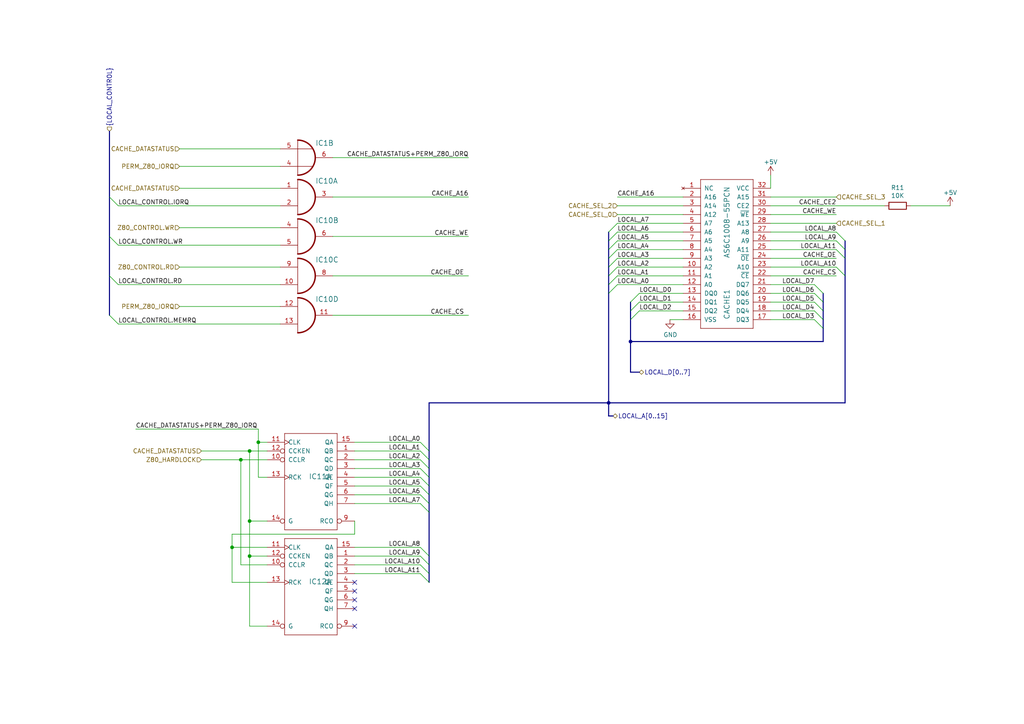
<source format=kicad_sch>
(kicad_sch (version 20230121) (generator eeschema)
  (paper "A4")
  (title_block (title "FujiNet Z80Bus reference design") (date "2023-05-13") (rev "0.1") (company "FujiNet"))
  (lib_symbols
    (symbol "Device:R" (pin_numbers hide) (pin_names (offset 0))
      (property "Reference" "R" (at 2.032 0 90))
      (property "Value" "R" (at 0 0 90))
      (symbol "R_0_1"
        (rectangle (start -1.016 -2.54) (end 1.016 2.54) (stroke (width 0.254)))
      )
      (symbol "R_1_1"
        (pin passive line (at 0 3.81 270) (length 1.27) (name "~") (number "1"))
        (pin passive line (at 0 -3.81 90) (length 1.27) (name "~") (number "2"))
      )
    )
    (symbol "FujiNet_Z80Bus_Reference-rescue:7408N-Z80Decoder-eagle-import" (pin_names (offset 1.016))
      (property "Reference" "IC" (at -0.635 -0.635 0))
      (symbol "7408N-Z80Decoder-eagle-import_1_0"
        (arc (start -2.54 -5.08) (mid 2.5179 0) (end -2.54 5.08) (stroke (width 0.4064)))
        (polyline (pts (xy -2.54 5.08) (xy -2.54 -5.08)))
        (pin input line (at -7.62 2.54 0) (length 5.08) (name "I0") (number "1"))
        (pin input line (at -7.62 -2.54 0) (length 5.08) (name "I1") (number "2"))
        (pin output line (at 7.62 0 180) (length 5.08) (name "O") (number "3"))
      )
      (symbol "7408N-Z80Decoder-eagle-import_2_0"
        (arc (start -2.54 -5.08) (mid 2.5179 0) (end -2.54 5.08) (stroke (width 0.4064)))
        (polyline (pts (xy -2.54 5.08) (xy -2.54 -5.08)))
        (pin input line (at -7.62 2.54 0) (length 5.08) (name "I0") (number "4"))
        (pin input line (at -7.62 -2.54 0) (length 5.08) (name "I1") (number "5"))
        (pin output line (at 7.62 0 180) (length 5.08) (name "O") (number "6"))
      )
      (symbol "7408N-Z80Decoder-eagle-import_3_0"
        (arc (start -2.54 -5.08) (mid 2.5179 0) (end -2.54 5.08) (stroke (width 0.4064)))
        (polyline (pts (xy -2.54 5.08) (xy -2.54 -5.08)))
        (pin input line (at -7.62 -2.54 0) (length 5.08) (name "I1") (number "10"))
        (pin output line (at 7.62 0 180) (length 5.08) (name "O") (number "8"))
        (pin input line (at -7.62 2.54 0) (length 5.08) (name "I0") (number "9"))
      )
      (symbol "7408N-Z80Decoder-eagle-import_4_0"
        (arc (start -2.54 -5.08) (mid 2.5179 0) (end -2.54 5.08) (stroke (width 0.4064)))
        (polyline (pts (xy -2.54 5.08) (xy -2.54 -5.08)))
        (pin output line (at 7.62 0 180) (length 5.08) (name "O") (number "11"))
        (pin input line (at -7.62 2.54 0) (length 5.08) (name "I0") (number "12"))
        (pin input line (at -7.62 -2.54 0) (length 5.08) (name "I1") (number "13"))
      )
      (symbol "7408N-Z80Decoder-eagle-import_5_0"
        (text "GND" (at 1.905 -5.842 900) (effects (font (size 1.0668 1.0668)) (justify left bottom)))
        (text "VCC" (at 1.905 2.54 900) (effects (font (size 1.0668 1.0668)) (justify left bottom)))
        (pin power_in line (at 0 7.62 270) (length 5.08) (name "VCC") (number "14"))
        (pin power_in line (at 0 -7.62 90) (length 5.08) (name "GND") (number "7"))
      )
    )
    (symbol "FujiNet_Z80Bus_Reference-rescue:7432N-Z80ESP-eagle-import" (pin_names (offset 1.016))
      (property "Reference" "IC" (at -0.635 -0.635 0))
      (symbol "7432N-Z80ESP-eagle-import_1_0"
        (arc (start -2.54 -5.08) (mid 2.5179 0) (end -2.54 5.08) (stroke (width 0.4064)))
        (polyline (pts (xy -2.54 5.08) (xy -2.54 -5.08)))
        (polyline (pts (xy 1.778 -2.54) (xy -2.54 -2.54)))
        (polyline (pts (xy 1.778 2.54) (xy -2.54 2.54)))
        (pin input line (at -7.62 2.54 0) (length 5.08) (name "I0") (number "1"))
        (pin input line (at -7.62 -2.54 0) (length 5.08) (name "I1") (number "2"))
        (pin output line (at 7.62 0 180) (length 5.08) (name "O") (number "3"))
      )
      (symbol "7432N-Z80ESP-eagle-import_2_0"
        (arc (start -2.54 -5.08) (mid 2.5179 0) (end -2.54 5.08) (stroke (width 0.4064)))
        (polyline (pts (xy -2.54 5.08) (xy -2.54 -5.08)))
        (polyline (pts (xy 1.778 -2.54) (xy -2.54 -2.54)))
        (polyline (pts (xy 1.778 2.54) (xy -2.54 2.54)))
        (pin input line (at -7.62 2.54 0) (length 5.08) (name "I0") (number "4"))
        (pin input line (at -7.62 -2.54 0) (length 5.08) (name "I1") (number "5"))
        (pin output line (at 7.62 0 180) (length 5.08) (name "O") (number "6"))
      )
      (symbol "7432N-Z80ESP-eagle-import_3_0"
        (arc (start -2.54 -5.08) (mid 2.5179 0) (end -2.54 5.08) (stroke (width 0.4064)))
        (polyline (pts (xy -2.54 5.08) (xy -2.54 -5.08)))
        (polyline (pts (xy 1.778 -2.54) (xy -2.54 -2.54)))
        (polyline (pts (xy 1.778 2.54) (xy -2.54 2.54)))
        (pin input line (at -7.62 -2.54 0) (length 5.08) (name "I1") (number "10"))
        (pin output line (at 7.62 0 180) (length 5.08) (name "O") (number "8"))
        (pin input line (at -7.62 2.54 0) (length 5.08) (name "I0") (number "9"))
      )
      (symbol "7432N-Z80ESP-eagle-import_4_0"
        (arc (start -2.54 -5.08) (mid 2.5179 0) (end -2.54 5.08) (stroke (width 0.4064)))
        (polyline (pts (xy -2.54 5.08) (xy -2.54 -5.08)))
        (polyline (pts (xy 1.778 -2.54) (xy -2.54 -2.54)))
        (polyline (pts (xy 1.778 2.54) (xy -2.54 2.54)))
        (pin output line (at 7.62 0 180) (length 5.08) (name "O") (number "11"))
        (pin input line (at -7.62 2.54 0) (length 5.08) (name "I0") (number "12"))
        (pin input line (at -7.62 -2.54 0) (length 5.08) (name "I1") (number "13"))
      )
      (symbol "7432N-Z80ESP-eagle-import_5_0"
        (text "GND" (at 1.905 -5.842 900) (effects (font (size 1.0668 1.0668)) (justify left bottom)))
        (text "VCC" (at 1.905 2.54 900) (effects (font (size 1.0668 1.0668)) (justify left bottom)))
        (pin power_in line (at 0 7.62 270) (length 5.08) (name "VCC") (number "14"))
        (pin power_in line (at 0 -7.62 90) (length 5.08) (name "GND") (number "7"))
      )
    )
    (symbol "FujiNet_Z80Bus_Reference-rescue:74590N-Z80ESP-eagle-import" (pin_names (offset 1.016))
      (property "Reference" "IC" (at -0.635 -0.635 0))
      (symbol "74590N-Z80ESP-eagle-import_1_0"
        (polyline (pts (xy -7.62 -15.24) (xy 7.62 -15.24)))
        (polyline (pts (xy -7.62 12.7) (xy -7.62 -15.24)))
        (polyline (pts (xy 7.62 -15.24) (xy 7.62 12.7)))
        (polyline (pts (xy 7.62 12.7) (xy -7.62 12.7)))
        (pin tri_state line (at 12.7 7.62 180) (length 5.08) (name "QB") (number "1"))
        (pin input inverted (at -12.7 5.08 0) (length 5.08) (name "CCLR") (number "10"))
        (pin input clock (at -12.7 10.16 0) (length 5.08) (name "CLK") (number "11"))
        (pin input inverted (at -12.7 7.62 0) (length 5.08) (name "CCKEN") (number "12"))
        (pin input clock (at -12.7 0 0) (length 5.08) (name "RCK") (number "13"))
        (pin input inverted (at -12.7 -12.7 0) (length 5.08) (name "G") (number "14"))
        (pin tri_state line (at 12.7 10.16 180) (length 5.08) (name "QA") (number "15"))
        (pin tri_state line (at 12.7 5.08 180) (length 5.08) (name "QC") (number "2"))
        (pin tri_state line (at 12.7 2.54 180) (length 5.08) (name "QD") (number "3"))
        (pin tri_state line (at 12.7 0 180) (length 5.08) (name "QE") (number "4"))
        (pin tri_state line (at 12.7 -2.54 180) (length 5.08) (name "QF") (number "5"))
        (pin tri_state line (at 12.7 -5.08 180) (length 5.08) (name "QG") (number "6"))
        (pin tri_state line (at 12.7 -7.62 180) (length 5.08) (name "QH") (number "7"))
        (pin output inverted (at 12.7 -12.7 180) (length 5.08) (name "RCO") (number "9"))
      )
      (symbol "74590N-Z80ESP-eagle-import_2_0"
        (text "GND" (at 1.905 -5.842 900) (effects (font (size 1.0668 1.0668)) (justify left bottom)))
        (text "VCC" (at 1.905 2.54 900) (effects (font (size 1.0668 1.0668)) (justify left bottom)))
        (pin power_in line (at 0 7.62 270) (length 5.08) (name "VCC") (number "16"))
        (pin power_in line (at 0 -7.62 90) (length 5.08) (name "GND") (number "8"))
      )
    )
    (symbol "FujiNet_Z80Bus_Reference-rescue:AS6C1008-55PCN-Z80Decoder-eagle-import" (pin_names (offset 1.016))
      (property "Reference" "IC" (at 21.59 7.62 0))
      (property "Value" "Z80Decoder-eagle-import_AS6C1008-55PCN" (at 21.59 5.08 0))
      (symbol "AS6C1008-55PCN-Z80Decoder-eagle-import_1_0"
        (polyline (pts (xy 5.08 2.54) (xy 5.08 -40.64)))
        (polyline (pts (xy 5.08 2.54) (xy 20.32 2.54)))
        (polyline (pts (xy 20.32 -40.64) (xy 5.08 -40.64)))
        (polyline (pts (xy 20.32 -40.64) (xy 20.32 2.54)))
        (pin no_connect line (at 0 0 0) (length 5.08) (name "NC") (number "1"))
        (pin bidirectional line (at 0 -22.86 0) (length 5.08) (name "A2") (number "10"))
        (pin bidirectional line (at 0 -25.4 0) (length 5.08) (name "A1") (number "11"))
        (pin bidirectional line (at 0 -27.94 0) (length 5.08) (name "A0") (number "12"))
        (pin bidirectional line (at 0 -30.48 0) (length 5.08) (name "DQ0") (number "13"))
        (pin bidirectional line (at 0 -33.02 0) (length 5.08) (name "DQ1") (number "14"))
        (pin bidirectional line (at 0 -35.56 0) (length 5.08) (name "DQ2") (number "15"))
        (pin bidirectional line (at 0 -38.1 0) (length 5.08) (name "VSS") (number "16"))
        (pin bidirectional line (at 25.4 -38.1 180) (length 5.08) (name "DQ3") (number "17"))
        (pin bidirectional line (at 25.4 -35.56 180) (length 5.08) (name "DQ4") (number "18"))
        (pin bidirectional line (at 25.4 -33.02 180) (length 5.08) (name "DQ5") (number "19"))
        (pin bidirectional line (at 0 -2.54 0) (length 5.08) (name "A16") (number "2"))
        (pin bidirectional line (at 25.4 -30.48 180) (length 5.08) (name "DQ6") (number "20"))
        (pin bidirectional line (at 25.4 -27.94 180) (length 5.08) (name "DQ7") (number "21"))
        (pin bidirectional line (at 25.4 -25.4 180) (length 5.08) (name "~{CE}") (number "22"))
        (pin bidirectional line (at 25.4 -22.86 180) (length 5.08) (name "A10") (number "23"))
        (pin bidirectional line (at 25.4 -20.32 180) (length 5.08) (name "~{OE}") (number "24"))
        (pin bidirectional line (at 25.4 -17.78 180) (length 5.08) (name "A11") (number "25"))
        (pin bidirectional line (at 25.4 -15.24 180) (length 5.08) (name "A9") (number "26"))
        (pin bidirectional line (at 25.4 -12.7 180) (length 5.08) (name "A8") (number "27"))
        (pin bidirectional line (at 25.4 -10.16 180) (length 5.08) (name "A13") (number "28"))
        (pin bidirectional line (at 25.4 -7.62 180) (length 5.08) (name "~{WE}") (number "29"))
        (pin bidirectional line (at 0 -5.08 0) (length 5.08) (name "A14") (number "3"))
        (pin bidirectional line (at 25.4 -5.08 180) (length 5.08) (name "CE2") (number "30"))
        (pin bidirectional line (at 25.4 -2.54 180) (length 5.08) (name "A15") (number "31"))
        (pin bidirectional line (at 25.4 0 180) (length 5.08) (name "VCC") (number "32"))
        (pin bidirectional line (at 0 -7.62 0) (length 5.08) (name "A12") (number "4"))
        (pin bidirectional line (at 0 -10.16 0) (length 5.08) (name "A7") (number "5"))
        (pin bidirectional line (at 0 -12.7 0) (length 5.08) (name "A6") (number "6"))
        (pin bidirectional line (at 0 -15.24 0) (length 5.08) (name "A5") (number "7"))
        (pin bidirectional line (at 0 -17.78 0) (length 5.08) (name "A4") (number "8"))
        (pin bidirectional line (at 0 -20.32 0) (length 5.08) (name "A3") (number "9"))
      )
    )
    (symbol "power:+5V" (power) (pin_names (offset 0))
      (property "Value" "+5V" (at 0 3.556 0))
      (symbol "+5V_0_1"
        (polyline (pts (xy -0.762 1.27) (xy 0 2.54)))
        (polyline (pts (xy 0 0) (xy 0 2.54)))
        (polyline (pts (xy 0 2.54) (xy 0.762 1.27)))
      )
      (symbol "+5V_1_1"
        (pin power_in line (at 0 0 90) (length 0) hide (name "+5V") (number "1"))
      )
    )
    (symbol "power:GND" (power) (pin_names (offset 0))
      (property "Value" "GND" (at 0 -3.81 0))
      (symbol "GND_0_1"
        (polyline (pts (xy 0 0) (xy 0 -1.27) (xy 1.27 -1.27) (xy 0 -2.54) (xy -1.27 -1.27) (xy 0 -1.27)))
      )
      (symbol "GND_1_1"
        (pin power_in line (at 0 0 270) (length 0) hide (name "GND") (number "1"))
      )
    )
  )
  (junction (at 182.88 99.06))
  (junction (at 72.39 161.29))
  (junction (at 67.31 158.75))
  (junction (at 72.39 151.13))
  (junction (at 74.93 128.27))
  (junction (at 176.53 116.84))
  (junction (at 72.39 130.81))
  (junction (at 69.85 133.35))
  (no_connect (at 102.87 173.99))
  (no_connect (at 102.87 181.61))
  (no_connect (at 102.87 171.45))
  (no_connect (at 102.87 168.91))
  (no_connect (at 102.87 176.53))
  (bus_entry (at 31.75 68.58) (size 2.54 2.54))
  (bus_entry (at 236.22 87.63) (size 2.54 2.54))
  (bus_entry (at 176.53 77.47) (size 2.54 -2.54))
  (bus_entry (at 31.75 91.44) (size 2.54 2.54))
  (bus_entry (at 236.22 90.17) (size 2.54 2.54))
  (bus_entry (at 121.92 140.97) (size 2.54 2.54))
  (bus_entry (at 31.75 80.01) (size 2.54 2.54))
  (bus_entry (at 236.22 82.55) (size 2.54 2.54))
  (bus_entry (at 31.75 57.15) (size 2.54 2.54))
  (bus_entry (at 121.92 143.51) (size 2.54 2.54))
  (bus_entry (at 176.53 85.09) (size 2.54 -2.54))
  (bus_entry (at 121.92 128.27) (size 2.54 2.54))
  (bus_entry (at 121.92 135.89) (size 2.54 2.54))
  (bus_entry (at 121.92 161.29) (size 2.54 2.54))
  (bus_entry (at 176.53 82.55) (size 2.54 -2.54))
  (bus_entry (at 176.53 69.85) (size 2.54 -2.54))
  (bus_entry (at 245.11 74.93) (size -2.54 -2.54))
  (bus_entry (at 121.92 158.75) (size 2.54 2.54))
  (bus_entry (at 245.11 72.39) (size -2.54 -2.54))
  (bus_entry (at 121.92 166.37) (size 2.54 2.54))
  (bus_entry (at 182.88 92.71) (size 2.54 -2.54))
  (bus_entry (at 121.92 146.05) (size 2.54 2.54))
  (bus_entry (at 236.22 92.71) (size 2.54 2.54))
  (bus_entry (at 245.11 80.01) (size -2.54 -2.54))
  (bus_entry (at 121.92 130.81) (size 2.54 2.54))
  (bus_entry (at 182.88 87.63) (size 2.54 -2.54))
  (bus_entry (at 121.92 138.43) (size 2.54 2.54))
  (bus_entry (at 176.53 80.01) (size 2.54 -2.54))
  (bus_entry (at 236.22 85.09) (size 2.54 2.54))
  (bus_entry (at 182.88 90.17) (size 2.54 -2.54))
  (bus_entry (at 121.92 133.35) (size 2.54 2.54))
  (bus_entry (at 176.53 74.93) (size 2.54 -2.54))
  (bus_entry (at 245.11 69.85) (size -2.54 -2.54))
  (bus_entry (at 176.53 67.31) (size 2.54 -2.54))
  (bus_entry (at 121.92 163.83) (size 2.54 2.54))
  (bus_entry (at 176.53 72.39) (size 2.54 -2.54))
  (wire (pts (xy 198.12 62.23) (xy 179.07 62.23)))
  (bus (pts (xy 124.46 143.51) (xy 124.46 146.05)))
  (wire (pts (xy 81.28 93.98) (xy 34.29 93.98)))
  (wire (pts (xy 185.42 90.17) (xy 198.12 90.17)))
  (wire (pts (xy 102.87 135.89) (xy 121.92 135.89)))
  (wire (pts (xy 102.87 140.97) (xy 121.92 140.97)))
  (wire (pts (xy 223.52 85.09) (xy 236.22 85.09)))
  (bus (pts (xy 124.46 163.83) (xy 124.46 166.37)))
  (wire (pts (xy 223.52 80.01) (xy 242.57 80.01)))
  (wire (pts (xy 67.31 154.94) (xy 102.87 154.94)))
  (bus (pts (xy 245.11 69.85) (xy 245.11 72.39)))
  (wire (pts (xy 223.52 64.77) (xy 242.57 64.77)))
  (bus (pts (xy 176.53 77.47) (xy 176.53 80.01)))
  (wire (pts (xy 198.12 69.85) (xy 179.07 69.85)))
  (bus (pts (xy 176.53 85.09) (xy 176.53 116.84)))
  (wire (pts (xy 67.31 158.75) (xy 77.47 158.75)))
  (wire (pts (xy 67.31 168.91) (xy 67.31 158.75)))
  (wire (pts (xy 69.85 163.83) (xy 77.47 163.83)))
  (wire (pts (xy 58.42 130.81) (xy 72.39 130.81)))
  (wire (pts (xy 72.39 161.29) (xy 72.39 181.61)))
  (wire (pts (xy 102.87 146.05) (xy 121.92 146.05)))
  (bus (pts (xy 238.76 92.71) (xy 238.76 95.25)))
  (wire (pts (xy 77.47 138.43) (xy 74.93 138.43)))
  (bus (pts (xy 176.53 120.65) (xy 176.53 116.84)))
  (wire (pts (xy 223.52 50.8) (xy 223.52 54.61)))
  (wire (pts (xy 72.39 151.13) (xy 72.39 130.81)))
  (bus (pts (xy 176.53 82.55) (xy 176.53 85.09)))
  (wire (pts (xy 96.52 80.01) (xy 135.89 80.01)))
  (bus (pts (xy 238.76 95.25) (xy 238.76 99.06)))
  (wire (pts (xy 102.87 128.27) (xy 121.92 128.27)))
  (wire (pts (xy 81.28 54.61) (xy 52.07 54.61)))
  (wire (pts (xy 179.07 59.69) (xy 198.12 59.69)))
  (wire (pts (xy 223.52 62.23) (xy 242.57 62.23)))
  (bus (pts (xy 182.88 92.71) (xy 182.88 99.06)))
  (wire (pts (xy 102.87 133.35) (xy 121.92 133.35)))
  (wire (pts (xy 223.52 92.71) (xy 236.22 92.71)))
  (bus (pts (xy 176.53 80.01) (xy 176.53 82.55)))
  (bus (pts (xy 177.8 120.65) (xy 176.53 120.65)))
  (bus (pts (xy 124.46 133.35) (xy 124.46 135.89)))
  (wire (pts (xy 102.87 158.75) (xy 121.92 158.75)))
  (bus (pts (xy 245.11 74.93) (xy 245.11 80.01)))
  (wire (pts (xy 223.52 59.69) (xy 256.54 59.69)))
  (wire (pts (xy 81.28 66.04) (xy 52.07 66.04)))
  (wire (pts (xy 67.31 158.75) (xy 67.31 154.94)))
  (wire (pts (xy 58.42 133.35) (xy 69.85 133.35)))
  (bus (pts (xy 31.75 57.15) (xy 31.75 68.58)))
  (wire (pts (xy 74.93 128.27) (xy 74.93 124.46)))
  (bus (pts (xy 176.53 74.93) (xy 176.53 77.47)))
  (wire (pts (xy 77.47 128.27) (xy 74.93 128.27)))
  (wire (pts (xy 81.28 82.55) (xy 34.29 82.55)))
  (bus (pts (xy 182.88 99.06) (xy 238.76 99.06)))
  (bus (pts (xy 176.53 72.39) (xy 176.53 74.93)))
  (wire (pts (xy 81.28 59.69) (xy 34.29 59.69)))
  (wire (pts (xy 198.12 72.39) (xy 179.07 72.39)))
  (bus (pts (xy 245.11 80.01) (xy 245.11 116.84)))
  (wire (pts (xy 223.52 90.17) (xy 236.22 90.17)))
  (wire (pts (xy 81.28 88.9) (xy 52.07 88.9)))
  (bus (pts (xy 182.88 90.17) (xy 182.88 92.71)))
  (bus (pts (xy 31.75 38.1) (xy 31.75 57.15)))
  (wire (pts (xy 102.87 143.51) (xy 121.92 143.51)))
  (wire (pts (xy 198.12 67.31) (xy 179.07 67.31)))
  (bus (pts (xy 176.53 69.85) (xy 176.53 72.39)))
  (wire (pts (xy 223.52 77.47) (xy 242.57 77.47)))
  (wire (pts (xy 135.89 45.72) (xy 96.52 45.72)))
  (wire (pts (xy 72.39 161.29) (xy 72.39 151.13)))
  (bus (pts (xy 31.75 68.58) (xy 31.75 80.01)))
  (wire (pts (xy 185.42 85.09) (xy 198.12 85.09)))
  (wire (pts (xy 223.52 72.39) (xy 242.57 72.39)))
  (bus (pts (xy 238.76 85.09) (xy 238.76 87.63)))
  (wire (pts (xy 102.87 154.94) (xy 102.87 151.13)))
  (bus (pts (xy 124.46 130.81) (xy 124.46 133.35)))
  (wire (pts (xy 96.52 91.44) (xy 135.89 91.44)))
  (wire (pts (xy 102.87 138.43) (xy 121.92 138.43)))
  (wire (pts (xy 72.39 181.61) (xy 77.47 181.61)))
  (bus (pts (xy 245.11 72.39) (xy 245.11 74.93)))
  (bus (pts (xy 182.88 99.06) (xy 182.88 107.95)))
  (bus (pts (xy 182.88 107.95) (xy 185.42 107.95)))
  (wire (pts (xy 242.57 57.15) (xy 223.52 57.15)))
  (bus (pts (xy 124.46 161.29) (xy 124.46 163.83)))
  (bus (pts (xy 182.88 87.63) (xy 182.88 90.17)))
  (wire (pts (xy 121.92 163.83) (xy 102.87 163.83)))
  (bus (pts (xy 124.46 146.05) (xy 124.46 148.59)))
  (wire (pts (xy 194.31 92.71) (xy 198.12 92.71)))
  (bus (pts (xy 124.46 135.89) (xy 124.46 138.43)))
  (bus (pts (xy 124.46 116.84) (xy 176.53 116.84)))
  (wire (pts (xy 72.39 130.81) (xy 77.47 130.81)))
  (wire (pts (xy 39.37 124.46) (xy 74.93 124.46)))
  (wire (pts (xy 52.07 43.18) (xy 81.28 43.18)))
  (wire (pts (xy 275.59 59.69) (xy 264.16 59.69)))
  (wire (pts (xy 72.39 151.13) (xy 77.47 151.13)))
  (wire (pts (xy 198.12 80.01) (xy 179.07 80.01)))
  (wire (pts (xy 179.07 57.15) (xy 198.12 57.15)))
  (wire (pts (xy 121.92 161.29) (xy 102.87 161.29)))
  (wire (pts (xy 77.47 161.29) (xy 72.39 161.29)))
  (wire (pts (xy 198.12 74.93) (xy 179.07 74.93)))
  (wire (pts (xy 102.87 130.81) (xy 121.92 130.81)))
  (wire (pts (xy 81.28 71.12) (xy 34.29 71.12)))
  (bus (pts (xy 238.76 90.17) (xy 238.76 92.71)))
  (bus (pts (xy 124.46 166.37) (xy 124.46 168.91)))
  (bus (pts (xy 124.46 140.97) (xy 124.46 143.51)))
  (bus (pts (xy 176.53 116.84) (xy 245.11 116.84)))
  (bus (pts (xy 238.76 87.63) (xy 238.76 90.17)))
  (wire (pts (xy 77.47 133.35) (xy 69.85 133.35)))
  (wire (pts (xy 223.52 69.85) (xy 242.57 69.85)))
  (wire (pts (xy 223.52 67.31) (xy 242.57 67.31)))
  (wire (pts (xy 223.52 74.93) (xy 242.57 74.93)))
  (wire (pts (xy 96.52 57.15) (xy 135.89 57.15)))
  (wire (pts (xy 198.12 77.47) (xy 179.07 77.47)))
  (wire (pts (xy 185.42 87.63) (xy 198.12 87.63)))
  (wire (pts (xy 96.52 68.58) (xy 135.89 68.58)))
  (bus (pts (xy 124.46 116.84) (xy 124.46 130.81)))
  (bus (pts (xy 176.53 67.31) (xy 176.53 69.85)))
  (wire (pts (xy 69.85 163.83) (xy 69.85 133.35)))
  (wire (pts (xy 52.07 48.26) (xy 81.28 48.26)))
  (bus (pts (xy 31.75 80.01) (xy 31.75 91.44)))
  (bus (pts (xy 124.46 138.43) (xy 124.46 140.97)))
  (wire (pts (xy 81.28 77.47) (xy 52.07 77.47)))
  (wire (pts (xy 223.52 87.63) (xy 236.22 87.63)))
  (wire (pts (xy 77.47 168.91) (xy 67.31 168.91)))
  (wire (pts (xy 198.12 82.55) (xy 179.07 82.55)))
  (wire (pts (xy 198.12 64.77) (xy 179.07 64.77)))
  (bus (pts (xy 124.46 148.59) (xy 124.46 161.29)))
  (wire (pts (xy 74.93 138.43) (xy 74.93 128.27)))
  (wire (pts (xy 223.52 82.55) (xy 236.22 82.55)))
  (wire (pts (xy 121.92 166.37) (xy 102.87 166.37)))
  (label "LOCAL_A1" (at 121.92 130.81 180))
  (label "CACHE_A16" (at 179.07 57.15 0))
  (label "CACHE_A16" (at 135.89 57.15 180))
  (label "LOCAL_D7" (at 236.22 82.55 180))
  (label "LOCAL_D4" (at 236.22 90.17 180))
  (label "LOCAL_A2" (at 179.07 77.47 0))
  (label "CACHE_CE2" (at 242.57 59.69 180))
  (label "LOCAL_A0" (at 121.92 128.27 180))
  (label "LOCAL_A10" (at 121.92 163.83 180))
  (label "LOCAL_A6" (at 179.07 67.31 0))
  (label "CACHE_CS" (at 134.62 91.44 180))
  (label "LOCAL_D0" (at 185.42 85.09 0))
  (label "LOCAL_D5" (at 236.22 87.63 180))
  (label "LOCAL_D1" (at 185.42 87.63 0))
  (label "LOCAL_A3" (at 121.92 135.89 180))
  (label "LOCAL_A6" (at 121.92 143.51 180))
  (label "LOCAL_D2" (at 185.42 90.17 0))
  (label "LOCAL_CONTROL.WR" (at 34.29 71.12 0))
  (label "LOCAL_A5" (at 121.92 140.97 180))
  (label "LOCAL_A0" (at 179.07 82.55 0))
  (label "LOCAL_A4" (at 179.07 72.39 0))
  (label "CACHE_OE" (at 242.57 74.93 180))
  (label "LOCAL_CONTROL.IORQ" (at 34.29 59.69 0))
  (label "LOCAL_A9" (at 121.92 161.29 180))
  (label "LOCAL_A3" (at 179.07 74.93 0))
  (label "LOCAL_A11" (at 242.57 72.39 180))
  (label "CACHE_OE" (at 134.62 80.01 180))
  (label "LOCAL_A8" (at 242.57 67.31 180))
  (label "LOCAL_A1" (at 179.07 80.01 0))
  (label "CACHE_WE" (at 242.57 62.23 180))
  (label "LOCAL_D6" (at 236.22 85.09 180))
  (label "LOCAL_A8" (at 121.92 158.75 180))
  (label "LOCAL_D3" (at 236.22 92.71 180))
  (label "LOCAL_A7" (at 121.92 146.05 180))
  (label "LOCAL_A4" (at 121.92 138.43 180))
  (label "CACHE_CS" (at 242.57 80.01 180))
  (label "LOCAL_CONTROL.MEMRQ" (at 34.29 93.98 0))
  (label "CACHE_DATASTATUS+PERM_Z80_IORQ" (at 39.37 124.46 0))
  (label "LOCAL_A5" (at 179.07 69.85 0))
  (label "LOCAL_A7" (at 179.07 64.77 0))
  (label "LOCAL_A9" (at 242.57 69.85 180))
  (label "LOCAL_A10" (at 242.57 77.47 180))
  (label "CACHE_DATASTATUS+PERM_Z80_IORQ" (at 135.89 45.72 180))
  (label "LOCAL_A2" (at 121.92 133.35 180))
  (label "LOCAL_A11" (at 121.92 166.37 180))
  (label "LOCAL_CONTROL.RD" (at 34.29 82.55 0))
  (label "CACHE_WE" (at 135.89 68.58 180))
  (hierarchical_label "CACHE_DATASTATUS" (shape input) (at 52.07 43.18 180))
  (hierarchical_label "Z80_CONTROL.WR" (shape input) (at 52.07 66.04 180))
  (hierarchical_label "CACHE_SEL_1" (shape input) (at 242.57 64.77 0))
  (hierarchical_label "Z80_HARDLOCK" (shape input) (at 58.42 133.35 180))
  (hierarchical_label "CACHE_DATASTATUS" (shape input) (at 52.07 54.61 180))
  (hierarchical_label "PERM_Z80_IORQ" (shape input) (at 52.07 88.9 180))
  (hierarchical_label "LOCAL_D[0..7]" (shape bidirectional) (at 185.42 107.95 0))
  (hierarchical_label "Z80_CONTROL.RD" (shape input) (at 52.07 77.47 180))
  (hierarchical_label "CACHE_DATASTATUS" (shape input) (at 58.42 130.81 180))
  (hierarchical_label "CACHE_SEL_3" (shape input) (at 242.57 57.15 0))
  (hierarchical_label "PERM_Z80_IORQ" (shape input) (at 52.07 48.26 180))
  (hierarchical_label "CACHE_SEL_2" (shape input) (at 179.07 59.69 180))
  (hierarchical_label "CACHE_SEL_0" (shape input) (at 179.07 62.23 180))
  (hierarchical_label "{LOCAL_CONTROL}" (shape input) (at 31.75 38.1 90))
  (hierarchical_label "LOCAL_A[0..15]" (shape bidirectional) (at 177.8 120.65 0))
  (symbol (lib_id "FujiNet_Z80Bus_Reference-rescue:74590N-Z80ESP-eagle-import") (at 90.17 168.91 0) (unit 1)
    (property "Reference" "IC12" (at 89.535 169.545 0) (effects (font (size 1.4986 1.4986)) (justify left bottom)))
    (property "Value" "74590N" (effects hide))
    (property "Footprint" "Package_DIP:DIP-16_W7.62mm_Socket" (effects hide))
  )
  (symbol (lib_id "FujiNet_Z80Bus_Reference-rescue:74590N-Z80ESP-eagle-import") (at 90.17 138.43 0) (unit 1)
    (property "Reference" "IC11" (at 89.535 139.065 0) (effects (font (size 1.4986 1.4986)) (justify left bottom)))
    (property "Value" "74590N" (effects hide))
    (property "Footprint" "Package_DIP:DIP-16_W7.62mm_Socket" (effects hide))
    (instances (project "FujiNet_Z80Bus_ReferenceDesign" (path "" (reference "IC11") (unit 1)) (path "" (reference "IC?") (unit 1))))
  )
  (symbol (lib_id "FujiNet_Z80Bus_Reference-rescue:7432N-Z80ESP-eagle-import") (at 88.9 45.72 0) (mirror x) (unit 2)
    (property "Reference" "IC1" (at 91.44 40.64 0) (effects (font (size 1.4986 1.4986)) (justify left bottom)))
    (property "Value" "7432N" (effects hide))
    (property "Footprint" "Package_DIP:DIP-14_W7.62mm_Socket" (effects hide))
    (instances (project "FujiNet_Z80Bus_ReferenceDesign" (path "" (reference "IC1") (unit 2)) (path "" (reference "IC?") (unit 2))))
  )
  (symbol (lib_id "Device:R") (at 260.35 59.69 90) (mirror x) (unit 1)
    (property "Reference" "R11" (at 260.35 54.4322 90))
    (property "Value" "10K" (at 260.35 56.7436 90))
    (property "Footprint" "Resistor_THT:R_Axial_DIN0207_L6.3mm_D2.5mm_P10.16mm_Horizontal" (effects hide))
  )
  (symbol (lib_id "power:GND") (at 194.31 92.71 0) (unit 1)
    (property "Reference" "#PWR029" (effects hide))
    (property "Value" "GND" (at 194.437 97.1042 0))
  )
  (symbol (lib_id "FujiNet_Z80Bus_Reference-rescue:AS6C1008-55PCN-Z80Decoder-eagle-import") (at 198.12 54.61 0) (unit 1)
    (property "Reference" "CACHE1" (at 210.82 92.71 90) (effects (font (size 1.4986 1.4986)) (justify left)))
    (property "Value" "AS6C1008-55PCN" (at 210.82 74.93 90) (effects (font (size 1.4986 1.4986)) (justify left)))
    (property "Footprint" "Package_DIP:DIP-32_W15.24mm_Socket" (effects hide))
    (instances (project "FujiNet_Z80Bus_ReferenceDesign" (path "" (reference "CACHE1") (unit 1)) (path "" (reference "CACHE?") (unit 1))))
  )
  (symbol (lib_id "FujiNet_Z80Bus_Reference-rescue:7408N-Z80Decoder-eagle-import") (at 88.9 57.15 0) (unit 1)
    (property "Reference" "IC10" (at 91.44 53.34 0) (effects (font (size 1.4986 1.4986)) (justify left bottom)))
    (property "Value" "7408N" (effects hide))
    (property "Footprint" "Package_DIP:DIP-14_W7.62mm_Socket" (effects hide))
    (instances (project "FujiNet_Z80Bus_ReferenceDesign" (path "" (reference "IC10") (unit 1)) (path "" (reference "IC?") (unit 1))))
  )
  (symbol (lib_id "FujiNet_Z80Bus_Reference-rescue:7408N-Z80Decoder-eagle-import") (at 88.9 68.58 0) (unit 2)
    (property "Reference" "IC10" (at 91.44 64.77 0) (effects (font (size 1.4986 1.4986)) (justify left bottom)))
    (property "Value" "7408N" (effects hide))
    (property "Footprint" "Package_DIP:DIP-14_W7.62mm_Socket" (effects hide))
    (instances (project "FujiNet_Z80Bus_ReferenceDesign" (path "" (reference "IC10") (unit 2)) (path "" (reference "IC?") (unit 2))))
  )
  (symbol (lib_id "FujiNet_Z80Bus_Reference-rescue:7408N-Z80Decoder-eagle-import") (at 88.9 80.01 0) (unit 3)
    (property "Reference" "IC10" (at 91.44 76.2 0) (effects (font (size 1.4986 1.4986)) (justify left bottom)))
    (property "Value" "7408N" (effects hide))
    (property "Footprint" "Package_DIP:DIP-14_W7.62mm_Socket" (effects hide))
    (instances (project "FujiNet_Z80Bus_ReferenceDesign" (path "" (reference "IC10") (unit 3)) (path "" (reference "IC?") (unit 3))))
  )
  (symbol (lib_id "FujiNet_Z80Bus_Reference-rescue:7408N-Z80Decoder-eagle-import") (at 88.9 91.44 0) (unit 4)
    (property "Reference" "IC10" (at 91.44 87.63 0) (effects (font (size 1.4986 1.4986)) (justify left bottom)))
    (property "Value" "7408N" (effects hide))
    (property "Footprint" "Package_DIP:DIP-14_W7.62mm_Socket" (effects hide))
    (instances (project "FujiNet_Z80Bus_ReferenceDesign" (path "" (reference "IC10") (unit 4)) (path "" (reference "IC?") (unit 4))))
  )
  (symbol (lib_id "power:+5V") (at 223.52 50.8 0) (unit 1)
    (property "Reference" "#PWR030" (effects hide))
    (property "Value" "+5V" (at 223.52 46.99 0))
  )
  (symbol (lib_id "power:+5V") (at 275.59 59.69 0) (mirror y) (unit 1)
    (property "Reference" "#PWR031" (effects hide))
    (property "Value" "+5V" (at 275.59 55.88 0))
  )
)
</source>
